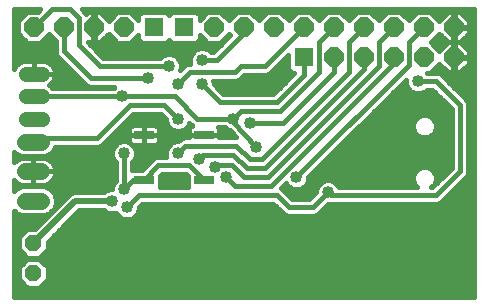
<source format=gbl>
G75*
G70*
%OFA0B0*%
%FSLAX24Y24*%
%IPPOS*%
%LPD*%
%AMOC8*
5,1,8,0,0,1.08239X$1,22.5*
%
%ADD10C,0.0560*%
%ADD11R,0.0650X0.0300*%
%ADD12OC8,0.0560*%
%ADD13C,0.0516*%
%ADD14R,0.0640X0.0640*%
%ADD15OC8,0.0640*%
%ADD16C,0.0160*%
%ADD17C,0.0400*%
%ADD18C,0.0200*%
D10*
X002232Y008828D02*
X002792Y008828D01*
X002792Y009812D02*
X002232Y009812D01*
X002232Y010796D02*
X002792Y010796D01*
D11*
X006203Y011021D03*
X008203Y011021D03*
X008203Y009521D03*
X006203Y009521D03*
D12*
X002523Y007411D03*
X002523Y006411D03*
D13*
X002286Y011563D02*
X002801Y011563D01*
X002801Y012311D02*
X002286Y012311D01*
X002286Y013063D02*
X002801Y013063D01*
D14*
X006543Y014611D03*
X007543Y014611D03*
X011543Y013611D03*
D15*
X012543Y013611D03*
X013543Y013611D03*
X014543Y013611D03*
X015543Y013611D03*
X016543Y013611D03*
X016543Y014611D03*
X015543Y014611D03*
X014543Y014611D03*
X013543Y014611D03*
X012543Y014611D03*
X011543Y014611D03*
X010543Y014611D03*
X009543Y014611D03*
X008543Y014611D03*
X005543Y014611D03*
X004543Y014611D03*
X003543Y014611D03*
X002543Y014611D03*
D16*
X001878Y008504D02*
X001878Y005613D01*
X017203Y005613D01*
X017203Y015210D01*
X004141Y015210D01*
X004280Y015070D01*
X004284Y015060D01*
X004336Y015111D01*
X004523Y015111D01*
X004523Y014632D01*
X004563Y014632D01*
X004563Y015111D01*
X004750Y015111D01*
X005029Y014833D01*
X005327Y015131D01*
X005758Y015131D01*
X006023Y014867D01*
X006023Y015014D01*
X006140Y015131D01*
X006946Y015131D01*
X007043Y015034D01*
X007140Y015131D01*
X007946Y015131D01*
X008063Y015014D01*
X008063Y014867D01*
X008327Y015131D01*
X008758Y015131D01*
X009043Y014847D01*
X009327Y015131D01*
X009758Y015131D01*
X010043Y014847D01*
X010327Y015131D01*
X010758Y015131D01*
X011043Y014847D01*
X011327Y015131D01*
X011758Y015131D01*
X012043Y014847D01*
X012327Y015131D01*
X012758Y015131D01*
X013043Y014847D01*
X013327Y015131D01*
X013758Y015131D01*
X014043Y014847D01*
X014327Y015131D01*
X014758Y015131D01*
X015043Y014847D01*
X015327Y015131D01*
X015758Y015131D01*
X016057Y014833D01*
X016336Y015111D01*
X016523Y015111D01*
X016523Y014632D01*
X016563Y014632D01*
X016563Y015111D01*
X016750Y015111D01*
X017043Y014819D01*
X017043Y014631D01*
X016563Y014631D01*
X016563Y014591D01*
X016563Y014111D01*
X016563Y013632D01*
X016523Y013632D01*
X016523Y014111D01*
X016336Y014111D01*
X016057Y013833D01*
X015778Y014111D01*
X016057Y014390D01*
X016336Y014111D01*
X016523Y014111D01*
X016523Y014591D01*
X016563Y014591D01*
X017043Y014591D01*
X017043Y014404D01*
X016750Y014111D01*
X016563Y014111D01*
X016750Y014111D01*
X017043Y013819D01*
X017043Y013631D01*
X016563Y013631D01*
X016563Y013591D01*
X016563Y013111D01*
X016750Y013111D01*
X017043Y013404D01*
X017043Y013591D01*
X016563Y013591D01*
X016523Y013591D01*
X016523Y013111D01*
X016336Y013111D01*
X016057Y013390D01*
X015758Y013091D01*
X015628Y013091D01*
X015629Y013091D01*
X015887Y013091D01*
X015999Y013091D01*
X016101Y013049D01*
X016901Y012249D01*
X016980Y012170D01*
X017023Y012067D01*
X017023Y009867D01*
X017023Y009756D01*
X016980Y009653D01*
X016180Y008853D01*
X016101Y008774D01*
X015999Y008731D01*
X012499Y008731D01*
X012471Y008731D01*
X012422Y008711D01*
X012339Y008711D01*
X012080Y008453D01*
X012001Y008374D01*
X011899Y008331D01*
X011099Y008331D01*
X010987Y008331D01*
X010884Y008374D01*
X010527Y008731D01*
X006159Y008731D01*
X006043Y008616D01*
X006043Y008532D01*
X005982Y008385D01*
X005869Y008272D01*
X005722Y008211D01*
X005563Y008211D01*
X005416Y008272D01*
X005304Y008385D01*
X005282Y008436D01*
X005222Y008411D01*
X005063Y008411D01*
X004916Y008472D01*
X004877Y008511D01*
X004047Y008511D01*
X003003Y007467D01*
X003003Y007213D01*
X002722Y006931D01*
X002324Y006931D01*
X002043Y007213D01*
X002043Y007610D01*
X002324Y007891D01*
X002579Y007891D01*
X003753Y009066D01*
X003863Y009111D01*
X003983Y009111D01*
X004877Y009111D01*
X004916Y009151D01*
X005063Y009211D01*
X005143Y009211D01*
X005143Y009291D01*
X005204Y009438D01*
X005263Y009497D01*
X005263Y010126D01*
X005204Y010185D01*
X005143Y010332D01*
X005143Y010491D01*
X005204Y010638D01*
X005316Y010751D01*
X005463Y010811D01*
X005622Y010811D01*
X005731Y010767D01*
X005710Y010802D01*
X005698Y010848D01*
X005698Y011021D01*
X006202Y011021D01*
X006202Y011022D01*
X005698Y011022D01*
X005698Y011195D01*
X005710Y011241D01*
X005734Y011282D01*
X005767Y011316D01*
X005808Y011339D01*
X005854Y011351D01*
X006203Y011351D01*
X006203Y011022D01*
X006203Y011022D01*
X006203Y011351D01*
X006552Y011351D01*
X006597Y011339D01*
X006638Y011316D01*
X006672Y011282D01*
X006696Y011241D01*
X006708Y011195D01*
X006708Y011022D01*
X006203Y011022D01*
X006203Y011021D01*
X006203Y010691D01*
X006552Y010691D01*
X006597Y010704D01*
X006638Y010727D01*
X006672Y010761D01*
X006696Y010802D01*
X006708Y010848D01*
X006708Y011021D01*
X006203Y011021D01*
X006203Y011021D01*
X006203Y010691D01*
X005854Y010691D01*
X005819Y010701D01*
X005882Y010638D01*
X005943Y010491D01*
X005943Y010332D01*
X005882Y010185D01*
X005823Y010126D01*
X005823Y009871D01*
X006157Y009871D01*
X006455Y010170D01*
X006455Y010170D01*
X006534Y010249D01*
X006637Y010291D01*
X006960Y010291D01*
X006943Y010332D01*
X006943Y010491D01*
X007004Y010638D01*
X007116Y010751D01*
X007263Y010811D01*
X007347Y010811D01*
X007355Y010820D01*
X007434Y010899D01*
X007537Y010941D01*
X007698Y010941D01*
X007698Y011021D01*
X008202Y011021D01*
X008202Y011022D01*
X007698Y011022D01*
X007698Y011195D01*
X007710Y011241D01*
X007734Y011282D01*
X007767Y011316D01*
X007808Y011339D01*
X007817Y011341D01*
X007755Y011403D01*
X007755Y011403D01*
X007723Y011435D01*
X007682Y011335D01*
X007569Y011222D01*
X007422Y011161D01*
X007263Y011161D01*
X007116Y011222D01*
X007004Y011335D01*
X006943Y011482D01*
X006943Y011566D01*
X006777Y011731D01*
X005859Y011731D01*
X004801Y010674D01*
X004699Y010631D01*
X004587Y010631D01*
X003244Y010631D01*
X003199Y010524D01*
X003064Y010389D01*
X002888Y010316D01*
X002137Y010316D01*
X001960Y010389D01*
X001878Y010472D01*
X001878Y010106D01*
X001881Y010112D01*
X001933Y010163D01*
X001991Y010205D01*
X002056Y010238D01*
X002125Y010261D01*
X002196Y010272D01*
X002512Y010272D01*
X002512Y009812D01*
X002513Y009812D01*
X003252Y009812D01*
X003252Y009848D01*
X003241Y009920D01*
X003219Y009989D01*
X003186Y010053D01*
X003143Y010112D01*
X003092Y010163D01*
X003033Y010205D01*
X002969Y010238D01*
X002900Y010261D01*
X002829Y010272D01*
X002513Y010272D01*
X002513Y009812D01*
X002513Y009812D01*
X003252Y009812D01*
X003252Y009776D01*
X003241Y009704D01*
X003219Y009635D01*
X003186Y009571D01*
X003143Y009512D01*
X003092Y009461D01*
X003033Y009419D01*
X002969Y009386D01*
X002900Y009363D01*
X002829Y009352D01*
X002513Y009352D01*
X002513Y009812D01*
X002512Y009812D01*
X002512Y009352D01*
X002196Y009352D01*
X002125Y009363D01*
X002056Y009386D01*
X001991Y009419D01*
X001933Y009461D01*
X001881Y009512D01*
X001878Y009518D01*
X001878Y009152D01*
X001960Y009235D01*
X002137Y009308D01*
X002888Y009308D01*
X003064Y009235D01*
X003199Y009100D01*
X003272Y008923D01*
X003272Y008732D01*
X003199Y008556D01*
X003064Y008421D01*
X002888Y008348D01*
X002137Y008348D01*
X001960Y008421D01*
X001878Y008504D01*
X001878Y008482D02*
X001899Y008482D01*
X001878Y008324D02*
X003011Y008324D01*
X003126Y008482D02*
X003169Y008482D01*
X003234Y008641D02*
X003328Y008641D01*
X003272Y008799D02*
X003487Y008799D01*
X003645Y008958D02*
X003258Y008958D01*
X003182Y009117D02*
X004882Y009117D01*
X005143Y009275D02*
X002967Y009275D01*
X003054Y009434D02*
X005202Y009434D01*
X005263Y009592D02*
X003197Y009592D01*
X003248Y009751D02*
X005263Y009751D01*
X005263Y009909D02*
X003243Y009909D01*
X003175Y010068D02*
X005263Y010068D01*
X005187Y010226D02*
X002992Y010226D01*
X003054Y010385D02*
X005143Y010385D01*
X005165Y010543D02*
X003207Y010543D01*
X002628Y010911D02*
X004643Y010911D01*
X005743Y012011D01*
X006893Y012011D01*
X007343Y011561D01*
X006943Y011495D02*
X005622Y011495D01*
X005781Y011653D02*
X006855Y011653D01*
X007003Y011336D02*
X006603Y011336D01*
X006708Y011178D02*
X007224Y011178D01*
X007461Y011178D02*
X007698Y011178D01*
X007682Y011336D02*
X007803Y011336D01*
X007993Y011561D02*
X007243Y012311D01*
X005473Y012311D01*
X002544Y012311D01*
X003051Y012704D02*
X003087Y012730D01*
X003135Y012778D01*
X003176Y012834D01*
X003207Y012895D01*
X003228Y012961D01*
X003239Y013029D01*
X003239Y013063D01*
X002544Y013063D01*
X002544Y013064D01*
X002543Y013064D01*
X002543Y013501D01*
X002251Y013501D01*
X002183Y013490D01*
X002118Y013469D01*
X002056Y013438D01*
X002001Y013397D01*
X001952Y013349D01*
X001911Y013293D01*
X001880Y013231D01*
X001878Y013224D01*
X001878Y015210D01*
X002745Y015210D01*
X002667Y015131D01*
X002327Y015131D01*
X002023Y014827D01*
X002023Y014396D01*
X002327Y014091D01*
X002758Y014091D01*
X003043Y014376D01*
X003263Y014156D01*
X003263Y013756D01*
X003305Y013653D01*
X003384Y013574D01*
X004284Y012674D01*
X004387Y012631D01*
X004499Y012631D01*
X005227Y012631D01*
X005187Y012591D01*
X003169Y012591D01*
X003061Y012700D01*
X003051Y012704D01*
X003120Y012763D02*
X004195Y012763D01*
X004037Y012922D02*
X003216Y012922D01*
X003239Y013064D02*
X003239Y013098D01*
X003228Y013166D01*
X003207Y013231D01*
X003176Y013293D01*
X003135Y013349D01*
X003087Y013397D01*
X003561Y013397D01*
X003720Y013239D02*
X003203Y013239D01*
X003239Y013080D02*
X003878Y013080D01*
X004443Y012911D02*
X003543Y013811D01*
X003543Y014611D01*
X004043Y014911D02*
X003743Y015211D01*
X003143Y015211D01*
X002543Y014611D01*
X002179Y014983D02*
X001878Y014983D01*
X001878Y015141D02*
X002677Y015141D01*
X002023Y014824D02*
X001878Y014824D01*
X001878Y014666D02*
X002023Y014666D01*
X002023Y014507D02*
X001878Y014507D01*
X001878Y014348D02*
X002070Y014348D01*
X002229Y014190D02*
X001878Y014190D01*
X001878Y014031D02*
X003263Y014031D01*
X003263Y013873D02*
X001878Y013873D01*
X001878Y013714D02*
X003280Y013714D01*
X003403Y013556D02*
X001878Y013556D01*
X001878Y013397D02*
X002000Y013397D01*
X001884Y013239D02*
X001878Y013239D01*
X002543Y013239D02*
X002544Y013239D01*
X002543Y013397D02*
X002544Y013397D01*
X002544Y013501D02*
X002544Y013064D01*
X003239Y013064D01*
X003087Y013397D02*
X003031Y013438D01*
X002969Y013469D01*
X002904Y013490D01*
X002836Y013501D01*
X002544Y013501D01*
X002543Y013080D02*
X002544Y013080D01*
X003156Y012604D02*
X005200Y012604D01*
X004443Y012911D02*
X006343Y012911D01*
X007043Y013311D02*
X004743Y013311D01*
X004043Y014011D01*
X004043Y014911D01*
X004209Y015141D02*
X017203Y015141D01*
X017203Y014983D02*
X016879Y014983D01*
X017037Y014824D02*
X017203Y014824D01*
X017203Y014666D02*
X017043Y014666D01*
X017043Y014507D02*
X017203Y014507D01*
X017203Y014348D02*
X016987Y014348D01*
X016828Y014190D02*
X017203Y014190D01*
X017203Y014031D02*
X016830Y014031D01*
X016989Y013873D02*
X017203Y013873D01*
X017203Y013714D02*
X017043Y013714D01*
X017043Y013556D02*
X017203Y013556D01*
X017203Y013397D02*
X017036Y013397D01*
X016877Y013239D02*
X017203Y013239D01*
X017203Y013080D02*
X016026Y013080D01*
X015905Y013239D02*
X016209Y013239D01*
X016523Y013239D02*
X016563Y013239D01*
X016563Y013397D02*
X016523Y013397D01*
X016523Y013556D02*
X016563Y013556D01*
X016563Y013714D02*
X016523Y013714D01*
X016523Y013873D02*
X016563Y013873D01*
X016563Y014031D02*
X016523Y014031D01*
X016523Y014190D02*
X016563Y014190D01*
X016563Y014348D02*
X016523Y014348D01*
X016523Y014507D02*
X016563Y014507D01*
X016563Y014666D02*
X016523Y014666D01*
X016523Y014824D02*
X016563Y014824D01*
X016563Y014983D02*
X016523Y014983D01*
X016207Y014983D02*
X015907Y014983D01*
X015543Y014611D02*
X015043Y014111D01*
X015043Y013361D01*
X011293Y009611D01*
X011693Y009616D02*
X014943Y012866D01*
X014943Y012732D01*
X015004Y012585D01*
X015116Y012472D01*
X015263Y012411D01*
X015422Y012411D01*
X015569Y012472D01*
X015629Y012531D01*
X015827Y012531D01*
X016463Y011896D01*
X016463Y009927D01*
X015827Y009291D01*
X015792Y009291D01*
X015873Y009372D01*
X015930Y009510D01*
X015930Y009660D01*
X015873Y009799D01*
X015766Y009905D01*
X015628Y009962D01*
X015478Y009962D01*
X015339Y009905D01*
X015233Y009799D01*
X015176Y009660D01*
X015176Y009510D01*
X015233Y009372D01*
X015313Y009291D01*
X012701Y009291D01*
X012682Y009338D01*
X012569Y009451D01*
X012422Y009511D01*
X012263Y009511D01*
X012116Y009451D01*
X012004Y009338D01*
X011943Y009191D01*
X011943Y009107D01*
X011727Y008891D01*
X011159Y008891D01*
X010880Y009170D01*
X010801Y009249D01*
X010783Y009256D01*
X010942Y009414D01*
X010954Y009385D01*
X011066Y009272D01*
X011213Y009211D01*
X011372Y009211D01*
X011519Y009272D01*
X011632Y009385D01*
X011693Y009532D01*
X011693Y009616D01*
X011693Y009592D02*
X015176Y009592D01*
X015207Y009434D02*
X012586Y009434D01*
X012343Y009111D02*
X012443Y009011D01*
X015943Y009011D01*
X016743Y009811D01*
X016743Y012011D01*
X015943Y012811D01*
X015343Y012811D01*
X014943Y012763D02*
X014840Y012763D01*
X014996Y012604D02*
X014682Y012604D01*
X014523Y012446D02*
X015180Y012446D01*
X015506Y012446D02*
X015912Y012446D01*
X016071Y012287D02*
X014365Y012287D01*
X014206Y012129D02*
X016229Y012129D01*
X016388Y011970D02*
X014048Y011970D01*
X013889Y011812D02*
X016463Y011812D01*
X016463Y011653D02*
X015728Y011653D01*
X015766Y011637D02*
X015628Y011695D01*
X015478Y011695D01*
X015339Y011637D01*
X015233Y011531D01*
X015176Y011393D01*
X015176Y011243D01*
X015233Y011104D01*
X015339Y010998D01*
X015478Y010940D01*
X015628Y010940D01*
X015766Y010998D01*
X015873Y011104D01*
X015930Y011243D01*
X015930Y011393D01*
X015873Y011531D01*
X015766Y011637D01*
X015888Y011495D02*
X016463Y011495D01*
X016463Y011336D02*
X015930Y011336D01*
X015903Y011178D02*
X016463Y011178D01*
X016463Y011019D02*
X015788Y011019D01*
X015318Y011019D02*
X013096Y011019D01*
X012938Y010861D02*
X016463Y010861D01*
X016463Y010702D02*
X012779Y010702D01*
X012621Y010543D02*
X016463Y010543D01*
X016463Y010385D02*
X012462Y010385D01*
X012304Y010226D02*
X016463Y010226D01*
X016463Y010068D02*
X012145Y010068D01*
X011986Y009909D02*
X015349Y009909D01*
X015213Y009751D02*
X011828Y009751D01*
X011652Y009434D02*
X012099Y009434D01*
X011978Y009275D02*
X011522Y009275D01*
X011943Y009117D02*
X010934Y009117D01*
X011064Y009275D02*
X010802Y009275D01*
X010443Y009311D02*
X009243Y009311D01*
X008943Y009611D01*
X009143Y010011D02*
X008643Y010011D01*
X008593Y009961D01*
X008193Y010361D02*
X008043Y010211D01*
X008193Y010361D02*
X009193Y010361D01*
X009643Y009911D01*
X010243Y009911D01*
X013543Y013211D01*
X013543Y013611D01*
X014043Y013311D02*
X010343Y009611D01*
X009543Y009611D01*
X009143Y010011D01*
X009743Y010211D02*
X010143Y010211D01*
X013043Y013111D01*
X013043Y014111D01*
X013543Y014611D01*
X013907Y014983D02*
X014179Y014983D01*
X014543Y014611D02*
X014043Y014111D01*
X014043Y013311D01*
X014543Y013411D02*
X010443Y009311D01*
X010643Y009011D02*
X006043Y009011D01*
X005643Y008611D01*
X005921Y008324D02*
X017203Y008324D01*
X017203Y008482D02*
X012110Y008482D01*
X012268Y008641D02*
X017203Y008641D01*
X017203Y008799D02*
X016127Y008799D01*
X016285Y008958D02*
X017203Y008958D01*
X017203Y009117D02*
X016444Y009117D01*
X016602Y009275D02*
X017203Y009275D01*
X017203Y009434D02*
X016761Y009434D01*
X016919Y009592D02*
X017203Y009592D01*
X017203Y009751D02*
X017021Y009751D01*
X017023Y009909D02*
X017203Y009909D01*
X017203Y010068D02*
X017023Y010068D01*
X017023Y010226D02*
X017203Y010226D01*
X017203Y010385D02*
X017023Y010385D01*
X017023Y010543D02*
X017203Y010543D01*
X017203Y010702D02*
X017023Y010702D01*
X017023Y010861D02*
X017203Y010861D01*
X017203Y011019D02*
X017023Y011019D01*
X017023Y011178D02*
X017203Y011178D01*
X017203Y011336D02*
X017023Y011336D01*
X017023Y011495D02*
X017203Y011495D01*
X017203Y011653D02*
X017023Y011653D01*
X017023Y011812D02*
X017203Y011812D01*
X017203Y011970D02*
X017023Y011970D01*
X016997Y012129D02*
X017203Y012129D01*
X017203Y012287D02*
X016863Y012287D01*
X016704Y012446D02*
X017203Y012446D01*
X017203Y012604D02*
X016546Y012604D01*
X016387Y012763D02*
X017203Y012763D01*
X017203Y012922D02*
X016229Y012922D01*
X016097Y013873D02*
X016017Y013873D01*
X015858Y014031D02*
X016256Y014031D01*
X016257Y014190D02*
X015857Y014190D01*
X016015Y014348D02*
X016099Y014348D01*
X015179Y014983D02*
X014907Y014983D01*
X013179Y014983D02*
X012907Y014983D01*
X012543Y014611D02*
X012043Y014111D01*
X012043Y013111D01*
X010743Y011811D01*
X009443Y011811D01*
X009193Y011561D01*
X009143Y011611D01*
X009193Y011561D02*
X009193Y011461D01*
X009943Y010611D01*
X009743Y010211D02*
X009293Y010661D01*
X007593Y010661D01*
X007343Y010411D01*
X006965Y010543D02*
X005921Y010543D01*
X005943Y010385D02*
X006943Y010385D01*
X006512Y010226D02*
X005899Y010226D01*
X005823Y010068D02*
X006353Y010068D01*
X006195Y009909D02*
X005823Y009909D01*
X005853Y009521D02*
X005543Y009211D01*
X005543Y010411D01*
X005268Y010702D02*
X004829Y010702D01*
X004988Y010861D02*
X005698Y010861D01*
X005698Y011019D02*
X005146Y011019D01*
X005305Y011178D02*
X005698Y011178D01*
X005803Y011336D02*
X005463Y011336D01*
X006203Y011336D02*
X006203Y011336D01*
X006203Y011178D02*
X006203Y011178D01*
X006203Y011021D02*
X008203Y011021D01*
X008203Y011022D01*
X008708Y011022D01*
X008708Y011195D01*
X008696Y011241D01*
X008672Y011281D01*
X008907Y011281D01*
X008966Y011222D01*
X009067Y011181D01*
X009278Y010941D01*
X009237Y010941D01*
X008708Y010941D01*
X008708Y011021D01*
X008203Y011021D01*
X007698Y011019D02*
X006708Y011019D01*
X006708Y010861D02*
X007396Y010861D01*
X007068Y010702D02*
X006591Y010702D01*
X006203Y010702D02*
X006203Y010702D01*
X006203Y010861D02*
X006203Y010861D01*
X006203Y011019D02*
X006203Y011019D01*
X006693Y010011D02*
X007713Y010011D01*
X008203Y009521D01*
X007678Y009592D02*
X006728Y009592D01*
X006728Y009651D02*
X006728Y009291D01*
X007678Y009291D01*
X007678Y009651D01*
X007597Y009731D01*
X006809Y009731D01*
X006728Y009651D01*
X006728Y009434D02*
X007678Y009434D01*
X006693Y010011D02*
X006203Y009521D01*
X005853Y009521D01*
X006068Y008641D02*
X010617Y008641D01*
X010776Y008482D02*
X006022Y008482D01*
X005365Y008324D02*
X003859Y008324D01*
X003701Y008165D02*
X017203Y008165D01*
X017203Y008007D02*
X003542Y008007D01*
X003384Y007848D02*
X017203Y007848D01*
X017203Y007690D02*
X003225Y007690D01*
X003067Y007531D02*
X017203Y007531D01*
X017203Y007373D02*
X003003Y007373D01*
X003003Y007214D02*
X017203Y007214D01*
X017203Y007055D02*
X002846Y007055D01*
X002722Y006891D02*
X002324Y006891D01*
X002043Y006610D01*
X002043Y006213D01*
X002324Y005931D01*
X002722Y005931D01*
X003003Y006213D01*
X003003Y006610D01*
X002722Y006891D01*
X002875Y006738D02*
X017203Y006738D01*
X017203Y006580D02*
X003003Y006580D01*
X003003Y006421D02*
X017203Y006421D01*
X017203Y006263D02*
X003003Y006263D01*
X002894Y006104D02*
X017203Y006104D01*
X017203Y005946D02*
X002736Y005946D01*
X002310Y005946D02*
X001878Y005946D01*
X001878Y006104D02*
X002151Y006104D01*
X002043Y006263D02*
X001878Y006263D01*
X001878Y006421D02*
X002043Y006421D01*
X002043Y006580D02*
X001878Y006580D01*
X001878Y006738D02*
X002171Y006738D01*
X001878Y006897D02*
X017203Y006897D01*
X017203Y005787D02*
X001878Y005787D01*
X001878Y005629D02*
X017203Y005629D01*
X012343Y009111D02*
X011843Y008611D01*
X011043Y008611D01*
X010643Y009011D01*
X011092Y008958D02*
X011793Y008958D01*
X009210Y011019D02*
X008708Y011019D01*
X008708Y011178D02*
X009070Y011178D01*
X009743Y011411D02*
X010843Y011411D01*
X012543Y013111D01*
X012543Y013611D01*
X011543Y013611D02*
X011543Y013011D01*
X010643Y012111D01*
X008743Y012111D01*
X008143Y012711D01*
X008193Y012661D01*
X008543Y012707D02*
X008543Y012791D01*
X008526Y012831D01*
X009299Y012831D01*
X009401Y012874D01*
X009480Y012953D01*
X009559Y013031D01*
X010299Y013031D01*
X010401Y013074D01*
X010480Y013153D01*
X011023Y013696D01*
X011023Y013209D01*
X011140Y013091D01*
X011227Y013091D01*
X010527Y012391D01*
X008859Y012391D01*
X008543Y012707D01*
X008543Y012763D02*
X010898Y012763D01*
X010740Y012604D02*
X008646Y012604D01*
X008804Y012446D02*
X010581Y012446D01*
X011057Y012922D02*
X009449Y012922D01*
X009243Y013111D02*
X007743Y013111D01*
X007343Y012711D01*
X007425Y013190D02*
X007443Y013232D01*
X007443Y013391D01*
X007382Y013538D01*
X007269Y013651D01*
X007122Y013711D01*
X006963Y013711D01*
X006816Y013651D01*
X006757Y013591D01*
X004859Y013591D01*
X004339Y014111D01*
X004523Y014111D01*
X004523Y014591D01*
X004563Y014591D01*
X004563Y014111D01*
X004750Y014111D01*
X005029Y014390D01*
X005327Y014091D01*
X005758Y014091D01*
X006023Y014356D01*
X006023Y014209D01*
X006140Y014091D01*
X006946Y014091D01*
X007043Y014189D01*
X007140Y014091D01*
X007946Y014091D01*
X008063Y014209D01*
X008063Y014356D01*
X008327Y014091D01*
X008758Y014091D01*
X009043Y014376D01*
X009077Y014342D01*
X008527Y013791D01*
X008429Y013791D01*
X008369Y013851D01*
X008222Y013911D01*
X008063Y013911D01*
X007916Y013851D01*
X007804Y013738D01*
X007743Y013591D01*
X007743Y013432D01*
X007760Y013391D01*
X007687Y013391D01*
X007584Y013349D01*
X007425Y013190D01*
X007443Y013239D02*
X007474Y013239D01*
X007440Y013397D02*
X007757Y013397D01*
X007743Y013556D02*
X007364Y013556D01*
X007794Y013714D02*
X004736Y013714D01*
X004577Y013873D02*
X007970Y013873D01*
X008316Y013873D02*
X008608Y013873D01*
X008767Y014031D02*
X004419Y014031D01*
X004523Y014190D02*
X004563Y014190D01*
X004563Y014348D02*
X004523Y014348D01*
X004523Y014507D02*
X004563Y014507D01*
X004563Y014666D02*
X004523Y014666D01*
X004523Y014824D02*
X004563Y014824D01*
X004563Y014983D02*
X004523Y014983D01*
X004879Y014983D02*
X005179Y014983D01*
X005907Y014983D02*
X006023Y014983D01*
X006015Y014348D02*
X006023Y014348D01*
X006042Y014190D02*
X005857Y014190D01*
X005229Y014190D02*
X004828Y014190D01*
X004987Y014348D02*
X005070Y014348D01*
X003229Y014190D02*
X002857Y014190D01*
X003015Y014348D02*
X003071Y014348D01*
X008044Y014190D02*
X008229Y014190D01*
X008070Y014348D02*
X008063Y014348D01*
X008857Y014190D02*
X008925Y014190D01*
X009015Y014348D02*
X009070Y014348D01*
X009543Y014411D02*
X008643Y013511D01*
X008143Y013511D01*
X009243Y013111D02*
X009443Y013311D01*
X010243Y013311D01*
X011543Y014611D01*
X011907Y014983D02*
X012179Y014983D01*
X011179Y014983D02*
X010907Y014983D01*
X010179Y014983D02*
X009907Y014983D01*
X009543Y014611D02*
X009543Y014411D01*
X009179Y014983D02*
X008907Y014983D01*
X008179Y014983D02*
X008063Y014983D01*
X010724Y013397D02*
X011023Y013397D01*
X011023Y013239D02*
X010566Y013239D01*
X010407Y013080D02*
X011216Y013080D01*
X011023Y013556D02*
X010883Y013556D01*
X009193Y011561D02*
X007993Y011561D01*
X013255Y011178D02*
X015203Y011178D01*
X015176Y011336D02*
X013413Y011336D01*
X013572Y011495D02*
X015218Y011495D01*
X015378Y011653D02*
X013730Y011653D01*
X015756Y009909D02*
X016445Y009909D01*
X016286Y009751D02*
X015893Y009751D01*
X015930Y009592D02*
X016128Y009592D01*
X015969Y009434D02*
X015898Y009434D01*
X014543Y013411D02*
X014543Y013611D01*
X004906Y008482D02*
X004018Y008482D01*
X002852Y008165D02*
X001878Y008165D01*
X001878Y008007D02*
X002694Y008007D01*
X002281Y007848D02*
X001878Y007848D01*
X001878Y007690D02*
X002122Y007690D01*
X002043Y007531D02*
X001878Y007531D01*
X001878Y007373D02*
X002043Y007373D01*
X002043Y007214D02*
X001878Y007214D01*
X001878Y007055D02*
X002200Y007055D01*
X002058Y009275D02*
X001878Y009275D01*
X001878Y009434D02*
X001970Y009434D01*
X002512Y009434D02*
X002513Y009434D01*
X002512Y009592D02*
X002513Y009592D01*
X002512Y009751D02*
X002513Y009751D01*
X002512Y009909D02*
X002513Y009909D01*
X002512Y010068D02*
X002513Y010068D01*
X002512Y010226D02*
X002513Y010226D01*
X002032Y010226D02*
X001878Y010226D01*
X001878Y010385D02*
X001971Y010385D01*
X002512Y010796D02*
X002628Y010911D01*
D17*
X003343Y010411D03*
X005543Y010411D03*
X005493Y011001D03*
X006493Y011531D03*
X007343Y011561D03*
X007343Y012711D03*
X008143Y012711D03*
X007043Y013311D03*
X006343Y012911D03*
X005473Y012311D03*
X008143Y013511D03*
X009663Y012741D03*
X010623Y012701D03*
X009193Y011561D03*
X009743Y011411D03*
X009943Y010611D03*
X008593Y009961D03*
X008043Y010211D03*
X007343Y010411D03*
X006773Y010461D03*
X006893Y009541D03*
X005543Y009211D03*
X005143Y008811D03*
X005643Y008611D03*
X005143Y008211D03*
X005143Y007711D03*
X006213Y007781D03*
X003643Y007811D03*
X003243Y006811D03*
X002043Y006911D03*
X002043Y007911D03*
X002043Y005811D03*
X003243Y005811D03*
X005943Y005811D03*
X007343Y005811D03*
X008693Y005791D03*
X008793Y007761D03*
X009643Y007711D03*
X011253Y009051D03*
X011293Y009611D03*
X012343Y009111D03*
X012673Y010291D03*
X013813Y011491D03*
X015343Y012811D03*
X016093Y009831D03*
X015443Y008311D03*
X016643Y007411D03*
X016743Y005831D03*
X012283Y005821D03*
X008943Y009611D03*
X003113Y013991D03*
X002013Y014001D03*
D18*
X003923Y008811D02*
X002523Y007411D01*
X003923Y008811D02*
X005143Y008811D01*
M02*

</source>
